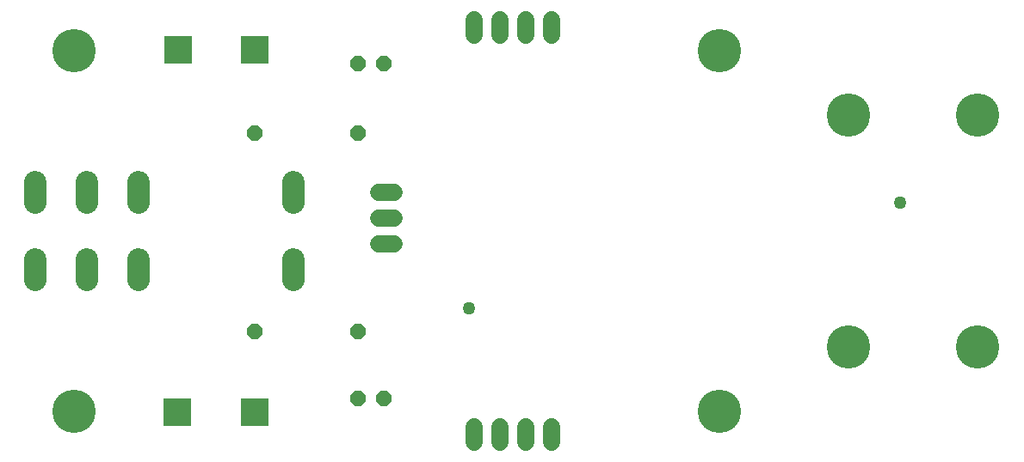
<source format=gbs>
G75*
%MOIN*%
%OFA0B0*%
%FSLAX25Y25*%
%IPPOS*%
%LPD*%
%AMOC8*
5,1,8,0,0,1.08239X$1,22.5*
%
%ADD10C,0.16800*%
%ADD11C,0.08600*%
%ADD12R,0.10550X0.10550*%
%ADD13OC8,0.06000*%
%ADD14C,0.06800*%
%ADD15C,0.04959*%
D10*
X0028200Y0033300D03*
X0278200Y0033300D03*
X0328200Y0058300D03*
X0378200Y0058300D03*
X0378200Y0148300D03*
X0328200Y0148300D03*
X0278200Y0173300D03*
X0028200Y0173300D03*
D11*
X0033200Y0122200D02*
X0033200Y0114400D01*
X0013200Y0114400D02*
X0013200Y0122200D01*
X0053200Y0122200D02*
X0053200Y0114400D01*
X0053200Y0092200D02*
X0053200Y0084400D01*
X0033200Y0084400D02*
X0033200Y0092200D01*
X0013200Y0092200D02*
X0013200Y0084400D01*
X0113200Y0084400D02*
X0113200Y0092200D01*
X0113200Y0114400D02*
X0113200Y0122200D01*
D12*
X0098200Y0173700D03*
X0068300Y0173700D03*
X0068200Y0032900D03*
X0098100Y0032900D03*
D13*
X0138200Y0038300D03*
X0148200Y0038300D03*
X0138200Y0064300D03*
X0098200Y0064300D03*
X0098200Y0141300D03*
X0138200Y0141300D03*
X0138200Y0168300D03*
X0148200Y0168300D03*
D14*
X0183200Y0179300D02*
X0183200Y0185300D01*
X0193200Y0185300D02*
X0193200Y0179300D01*
X0203200Y0179300D02*
X0203200Y0185300D01*
X0213200Y0185300D02*
X0213200Y0179300D01*
X0152200Y0118300D02*
X0146200Y0118300D01*
X0146200Y0108300D02*
X0152200Y0108300D01*
X0152200Y0098300D02*
X0146200Y0098300D01*
X0183200Y0027300D02*
X0183200Y0021300D01*
X0193200Y0021300D02*
X0193200Y0027300D01*
X0203200Y0027300D02*
X0203200Y0021300D01*
X0213200Y0021300D02*
X0213200Y0027300D01*
D15*
X0181200Y0073300D03*
X0348200Y0114300D03*
M02*

</source>
